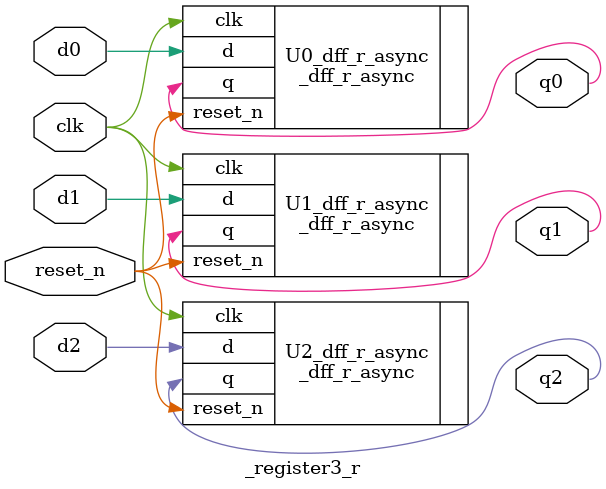
<source format=v>
module _register3_r(clk,reset_n,d0,d1,d2,q0,q1,q2);//store current state value
	input clk, reset_n, d0,d1,d2;//set input clk, reset_n, d0,d1,d2
	output q0,q1,q2;//set output q0,q1,q2;
	
	//asynchronous d flipflop get q0~q2
	_dff_r_async U0_dff_r_async(.clk(clk),.reset_n(reset_n),.d(d0),.q(q0));
	_dff_r_async U1_dff_r_async(.clk(clk),.reset_n(reset_n),.d(d1),.q(q1));
	_dff_r_async U2_dff_r_async(.clk(clk),.reset_n(reset_n),.d(d2),.q(q2));
	
endmodule

</source>
